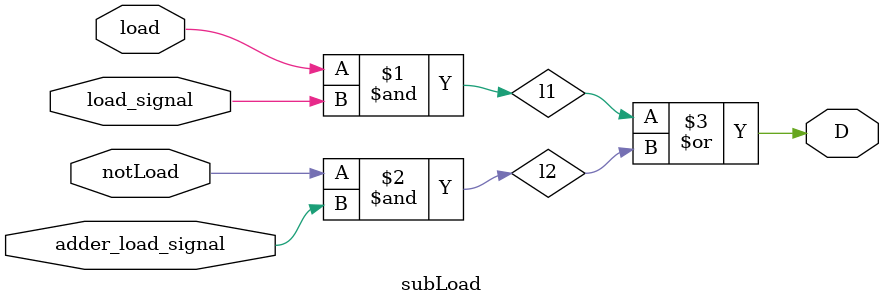
<source format=sv>
module subLoad(input logic load,notLoad,adder_load_signal,load_signal,output logic D);

and a1(l1,load,load_signal);
and a2(l2,notLoad,adder_load_signal);
or(D,l1,l2);

endmodule
</source>
